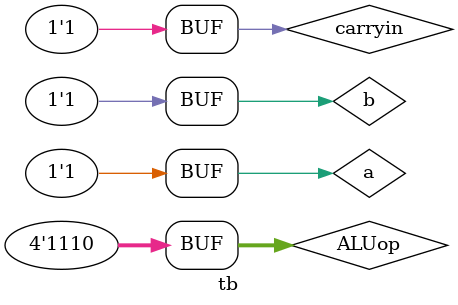
<source format=v>
module tb
(
);
reg a, b, carryin;
reg [3:0]ALUop;
wire result, carryout;

ALU_1_BIT alu
(
  .a(a),
  .b(b),
  .carryin(carryin),
  .ALUop(ALUop),
  .result(result),
  .carryout(carryout)
);

initial
begin
  a = 1'b1;
  b = 1'b1;
  carryin = 1'b1;
  ALUop = 4'b0000;
end

always 
begin
  //and
  #10 ALUop <= 4'b0000;
  //nor
  #10 ALUop <= 4'b1100;
  //or
  #10 ALUop <= 4'b0001;
  //a + b
  #10 ALUop <= 4'b0010;
  //a - b
  #10 ALUop <= 4'b0110;
  //-a + b
  #10 ALUop <= 4'b1010;
  //-a + (-b)
  #10 ALUop <= 4'b1110;
end

endmodule
</source>
